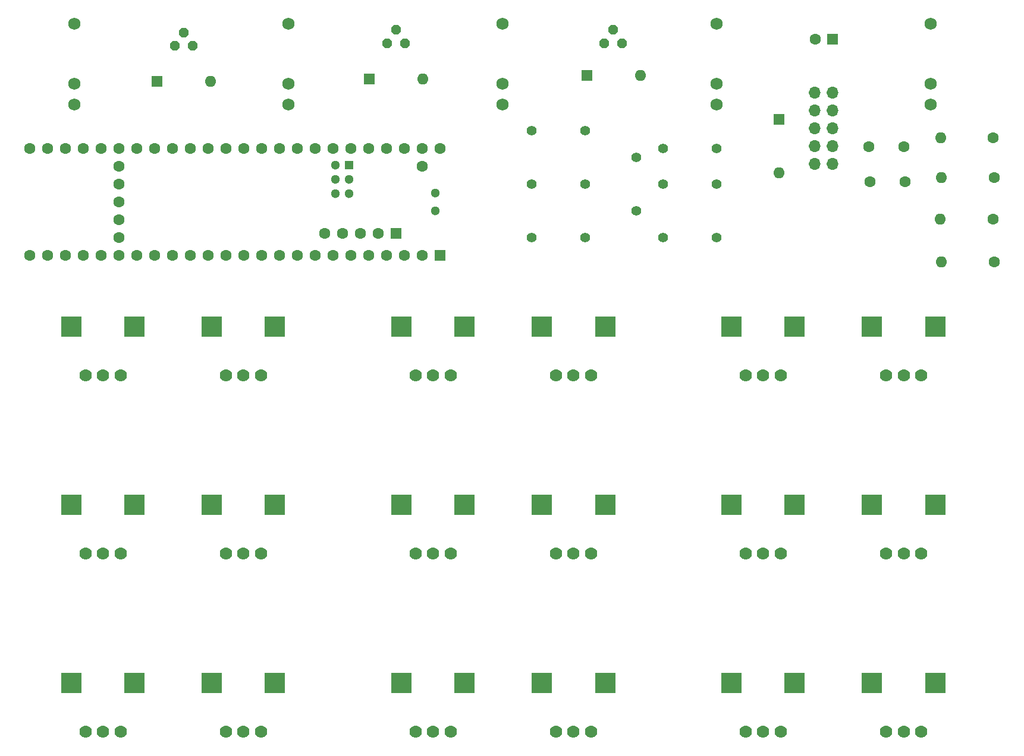
<source format=gbr>
%TF.GenerationSoftware,KiCad,Pcbnew,7.0.2-0*%
%TF.CreationDate,2023-11-14T20:22:57-05:00*%
%TF.ProjectId,A2 Percussion Desktop,41322050-6572-4637-9573-73696f6e2044,rev?*%
%TF.SameCoordinates,Original*%
%TF.FileFunction,Soldermask,Top*%
%TF.FilePolarity,Negative*%
%FSLAX46Y46*%
G04 Gerber Fmt 4.6, Leading zero omitted, Abs format (unit mm)*
G04 Created by KiCad (PCBNEW 7.0.2-0) date 2023-11-14 20:22:57*
%MOMM*%
%LPD*%
G01*
G04 APERTURE LIST*
G04 Aperture macros list*
%AMRoundRect*
0 Rectangle with rounded corners*
0 $1 Rounding radius*
0 $2 $3 $4 $5 $6 $7 $8 $9 X,Y pos of 4 corners*
0 Add a 4 corners polygon primitive as box body*
4,1,4,$2,$3,$4,$5,$6,$7,$8,$9,$2,$3,0*
0 Add four circle primitives for the rounded corners*
1,1,$1+$1,$2,$3*
1,1,$1+$1,$4,$5*
1,1,$1+$1,$6,$7*
1,1,$1+$1,$8,$9*
0 Add four rect primitives between the rounded corners*
20,1,$1+$1,$2,$3,$4,$5,0*
20,1,$1+$1,$4,$5,$6,$7,0*
20,1,$1+$1,$6,$7,$8,$9,0*
20,1,$1+$1,$8,$9,$2,$3,0*%
%AMFreePoly0*
4,1,17,0.309468,0.696321,0.696321,0.309468,0.711200,0.273547,0.711200,-0.273547,0.696321,-0.309468,0.309468,-0.696321,0.273547,-0.711200,-0.273547,-0.711200,-0.309468,-0.696321,-0.696321,-0.309468,-0.711200,-0.273547,-0.711200,0.273547,-0.696321,0.309468,-0.309468,0.696321,-0.273547,0.711200,0.273547,0.711200,0.309468,0.696321,0.309468,0.696321,$1*%
G04 Aperture macros list end*
%ADD10R,1.600000X1.600000*%
%ADD11C,1.600000*%
%ADD12O,1.600000X1.600000*%
%ADD13O,1.700000X1.700000*%
%ADD14C,1.778000*%
%ADD15RoundRect,0.050800X-1.400000X1.400000X-1.400000X-1.400000X1.400000X-1.400000X1.400000X1.400000X0*%
%ADD16C,1.751600*%
%ADD17FreePoly0,180.000000*%
%ADD18C,1.397000*%
%ADD19R,1.300000X1.300000*%
%ADD20C,1.300000*%
G04 APERTURE END LIST*
D10*
%TO.C,C4*%
X121920000Y-12700000D03*
D11*
X119420000Y-12700000D03*
%TD*%
D12*
%TO.C,D4*%
X114300000Y-31750000D03*
D10*
X114300000Y-24130000D03*
%TD*%
D13*
%TO.C,J1*%
X119380000Y-30480000D03*
X121920000Y-30480000D03*
X119380000Y-27940000D03*
X121920000Y-27940000D03*
X119380000Y-25400000D03*
X121920000Y-25400000D03*
X119380000Y-22860000D03*
X121920000Y-22860000D03*
X119380000Y-20320000D03*
X121920000Y-20320000D03*
%TD*%
D11*
%TO.C,C3*%
X132190500Y-33017100D03*
X127190500Y-33017100D03*
%TD*%
%TO.C,C2*%
X127080000Y-28020000D03*
X132080000Y-28020000D03*
%TD*%
D14*
%TO.C,Shape_3*%
X109500000Y-86000000D03*
X112000000Y-86000000D03*
X114500000Y-86000000D03*
D15*
X116500000Y-79000000D03*
X107500000Y-79000000D03*
%TD*%
D14*
%TO.C,Pitch_2*%
X62500000Y-60600000D03*
X65000000Y-60600000D03*
X67500000Y-60600000D03*
D15*
X69500000Y-53600000D03*
X60500000Y-53600000D03*
%TD*%
D16*
%TO.C,RightAudio1*%
X135890000Y-10500000D03*
X135890000Y-19000000D03*
X135890000Y-22000000D03*
%TD*%
%TO.C,TRIG3*%
X74930000Y-10500000D03*
X74930000Y-19000000D03*
X74930000Y-22000000D03*
%TD*%
D14*
%TO.C,Temp_1*%
X35500000Y-86000000D03*
X38000000Y-86000000D03*
X40500000Y-86000000D03*
D15*
X42500000Y-79000000D03*
X33500000Y-79000000D03*
%TD*%
D14*
%TO.C,Vol_1*%
X35500000Y-60600000D03*
X38000000Y-60600000D03*
X40500000Y-60600000D03*
D15*
X42500000Y-53600000D03*
X33500000Y-53600000D03*
%TD*%
D14*
%TO.C,Temp_2*%
X82500000Y-86000000D03*
X85000000Y-86000000D03*
X87500000Y-86000000D03*
D15*
X89500000Y-79000000D03*
X80500000Y-79000000D03*
%TD*%
D14*
%TO.C,Motion_2*%
X62500000Y-111400000D03*
X65000000Y-111400000D03*
X67500000Y-111400000D03*
D15*
X69500000Y-104400000D03*
X60500000Y-104400000D03*
%TD*%
D16*
%TO.C,LeftAudio1*%
X105410000Y-10500000D03*
X105410000Y-19000000D03*
X105410000Y-22000000D03*
%TD*%
D14*
%TO.C,Motion_1*%
X15500000Y-111400000D03*
X18000000Y-111400000D03*
X20500000Y-111400000D03*
D15*
X22500000Y-104400000D03*
X13500000Y-104400000D03*
%TD*%
D14*
%TO.C,Temp_3*%
X129500000Y-86000000D03*
X132000000Y-86000000D03*
X134500000Y-86000000D03*
D15*
X136500000Y-79000000D03*
X127500000Y-79000000D03*
%TD*%
D14*
%TO.C,Traffic_1*%
X35500000Y-111400000D03*
X38000000Y-111400000D03*
X40500000Y-111400000D03*
D15*
X42500000Y-104400000D03*
X33500000Y-104400000D03*
%TD*%
D14*
%TO.C,Vol_2*%
X82500000Y-60600000D03*
X85000000Y-60600000D03*
X87500000Y-60600000D03*
D15*
X89500000Y-53600000D03*
X80500000Y-53600000D03*
%TD*%
D16*
%TO.C,TRIG1*%
X13970000Y-10500000D03*
X13970000Y-19000000D03*
X13970000Y-22000000D03*
%TD*%
D14*
%TO.C,Pitch_1*%
X15500000Y-60600000D03*
X18000000Y-60600000D03*
X20500000Y-60600000D03*
D15*
X22500000Y-53600000D03*
X13500000Y-53600000D03*
%TD*%
D14*
%TO.C,Vol_3*%
X129500000Y-60600000D03*
X132000000Y-60600000D03*
X134500000Y-60600000D03*
D15*
X136500000Y-53600000D03*
X127500000Y-53600000D03*
%TD*%
D14*
%TO.C,Shape_1*%
X15500000Y-86000000D03*
X18000000Y-86000000D03*
X20500000Y-86000000D03*
D15*
X22500000Y-79000000D03*
X13500000Y-79000000D03*
%TD*%
D16*
%TO.C,TRIG2*%
X44450000Y-10500000D03*
X44450000Y-19000000D03*
X44450000Y-22000000D03*
%TD*%
D14*
%TO.C,Motion_3*%
X109500000Y-111400000D03*
X112000000Y-111400000D03*
X114500000Y-111400000D03*
D15*
X116500000Y-104400000D03*
X107500000Y-104400000D03*
%TD*%
D14*
%TO.C,Traffic_3*%
X129500000Y-111400000D03*
X132000000Y-111400000D03*
X134500000Y-111400000D03*
D15*
X136500000Y-104400000D03*
X127500000Y-104400000D03*
%TD*%
D14*
%TO.C,Shape_2*%
X62500000Y-86000000D03*
X65000000Y-86000000D03*
X67500000Y-86000000D03*
D15*
X69500000Y-79000000D03*
X60500000Y-79000000D03*
%TD*%
D14*
%TO.C,Pitch_3*%
X109500000Y-60600000D03*
X112000000Y-60600000D03*
X114500000Y-60600000D03*
D15*
X116500000Y-53600000D03*
X107500000Y-53600000D03*
%TD*%
D14*
%TO.C,Traffic_2*%
X82500000Y-111400000D03*
X85000000Y-111400000D03*
X87500000Y-111400000D03*
D15*
X89500000Y-104400000D03*
X80500000Y-104400000D03*
%TD*%
D17*
%TO.C,T2*%
X58490400Y-13247600D03*
X59760400Y-11342600D03*
X61030400Y-13247600D03*
%TD*%
D10*
%TO.C,D2*%
X55950400Y-18327600D03*
D12*
X63570400Y-18327600D03*
%TD*%
D11*
%TO.C,C7*%
X144879800Y-44388700D03*
D12*
X137379800Y-44388700D03*
%TD*%
D18*
%TO.C,R5*%
X105410000Y-33280000D03*
X97790000Y-33280000D03*
%TD*%
%TO.C,R3*%
X86680000Y-33280000D03*
X79060000Y-33280000D03*
%TD*%
D11*
%TO.C,C8*%
X144907300Y-32357100D03*
D12*
X137407300Y-32357100D03*
%TD*%
D18*
%TO.C,R1*%
X86680000Y-25660000D03*
X79060000Y-25660000D03*
%TD*%
D11*
%TO.C,C6*%
X144780000Y-26690000D03*
D12*
X137280000Y-26690000D03*
%TD*%
D17*
%TO.C,T1*%
X28227600Y-13604300D03*
X29497600Y-11699300D03*
X30767600Y-13604300D03*
%TD*%
D18*
%TO.C,R7*%
X105410000Y-40900000D03*
X97790000Y-40900000D03*
%TD*%
%TO.C,R4*%
X93980000Y-29470000D03*
X93980000Y-37090000D03*
%TD*%
D10*
%TO.C,U3*%
X66040000Y-43440000D03*
D11*
X63500000Y-43440000D03*
X60960000Y-43440000D03*
X58420000Y-43440000D03*
X55880000Y-43440000D03*
X53340000Y-43440000D03*
X50800000Y-43440000D03*
X48260000Y-43440000D03*
X45720000Y-43440000D03*
X43180000Y-43440000D03*
X40640000Y-43440000D03*
X38100000Y-43440000D03*
X35560000Y-43440000D03*
X33020000Y-43440000D03*
X30480000Y-43440000D03*
X27940000Y-43440000D03*
X25400000Y-43440000D03*
X22860000Y-43440000D03*
X20320000Y-43440000D03*
X17780000Y-43440000D03*
X15240000Y-43440000D03*
X12700000Y-43440000D03*
X10160000Y-43440000D03*
X7620000Y-43440000D03*
X7620000Y-28200000D03*
X10160000Y-28200000D03*
X12700000Y-28200000D03*
X15240000Y-28200000D03*
X17780000Y-28200000D03*
X20320000Y-28200000D03*
X22860000Y-28200000D03*
X25400000Y-28200000D03*
X27940000Y-28200000D03*
X30480000Y-28200000D03*
X33020000Y-28200000D03*
X35560000Y-28200000D03*
X38100000Y-28200000D03*
X40640000Y-28200000D03*
X43180000Y-28200000D03*
X45720000Y-28200000D03*
X48260000Y-28200000D03*
X50800000Y-28200000D03*
X53340000Y-28200000D03*
X55880000Y-28200000D03*
X58420000Y-28200000D03*
X60960000Y-28200000D03*
X63500000Y-28200000D03*
X66040000Y-28200000D03*
X63500000Y-30740000D03*
X20320000Y-40900000D03*
X20320000Y-38360000D03*
X20320000Y-35820000D03*
X20320000Y-33280000D03*
X20320000Y-30740000D03*
D10*
X59740800Y-40389200D03*
D11*
X57200800Y-40389200D03*
X54660800Y-40389200D03*
X52120800Y-40389200D03*
X49580800Y-40389200D03*
D19*
X53070000Y-30638400D03*
D20*
X53070000Y-32638400D03*
X53070000Y-34638400D03*
X51070000Y-34638400D03*
X51070000Y-32638400D03*
X51070000Y-30638400D03*
X65310000Y-34550000D03*
X65310000Y-37090000D03*
%TD*%
D11*
%TO.C,C9*%
X144707900Y-38339600D03*
D12*
X137207900Y-38339600D03*
%TD*%
D10*
%TO.C,D3*%
X25687600Y-18684300D03*
D12*
X33307600Y-18684300D03*
%TD*%
D18*
%TO.C,R2*%
X105410000Y-28200000D03*
X97790000Y-28200000D03*
%TD*%
D17*
%TO.C,T3*%
X89400100Y-13247600D03*
X90670100Y-11342600D03*
X91940100Y-13247600D03*
%TD*%
D18*
%TO.C,R6*%
X86680000Y-40900000D03*
X79060000Y-40900000D03*
%TD*%
D10*
%TO.C,D5*%
X86949900Y-17815800D03*
D12*
X94569900Y-17815800D03*
%TD*%
M02*

</source>
